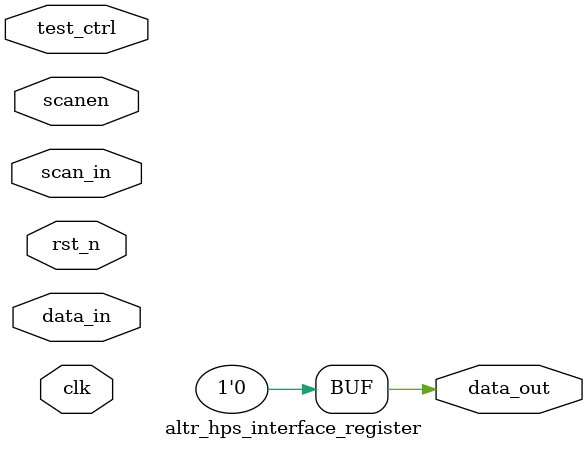
<source format=v>
module altr_hps_interface_register(	// file.cleaned.mlir:2:3
  input  clk,	// file.cleaned.mlir:2:45
         rst_n,	// file.cleaned.mlir:2:59
         test_ctrl,	// file.cleaned.mlir:2:75
         scanen,	// file.cleaned.mlir:2:95
         data_in,	// file.cleaned.mlir:2:112
         scan_in,	// file.cleaned.mlir:2:130
  output data_out	// file.cleaned.mlir:2:149
);

  assign data_out = 1'h0;	// file.cleaned.mlir:3:14, :4:5
endmodule


</source>
